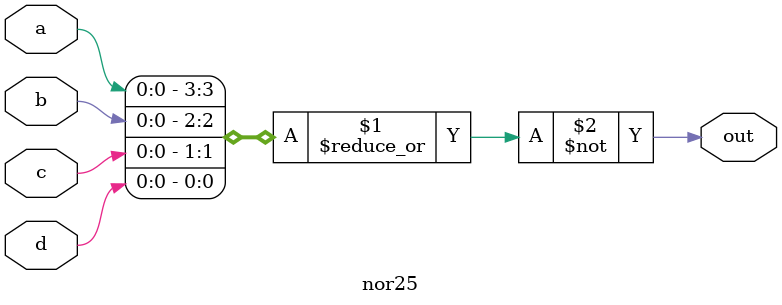
<source format=v>
module nor25 (
  input a,
  input b,
  input c,
  input d,
  output out
);

  assign out = ~(|{a,b,c,d});

endmodule

</source>
